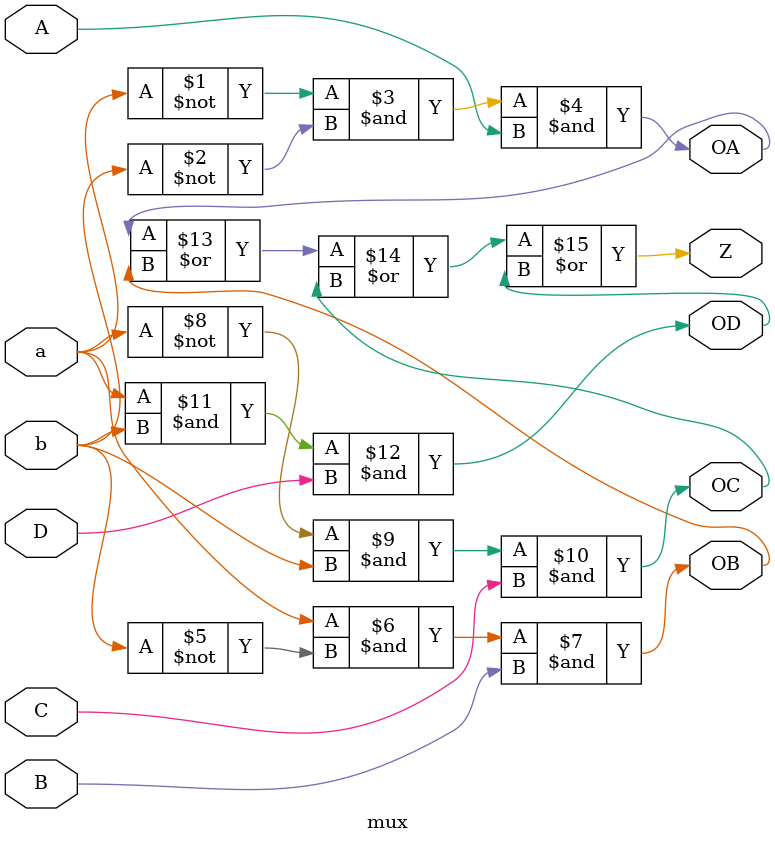
<source format=v>
`timescale 1ns / 1ps

module mux (a, b, A, B, C, D, OA, OB, OC, OD, Z);
    input a, b, A, B, C, D;
    output OA, OB, OC, OD, Z;

    assign OA = (~a)&(~b)&A;
    assign OB = a&(~b)&B;
    assign OC = (~a)&b&C;
    assign OD = a&b&D;
    assign Z = OA|OB|OC|OD;
    
endmodule
</source>
